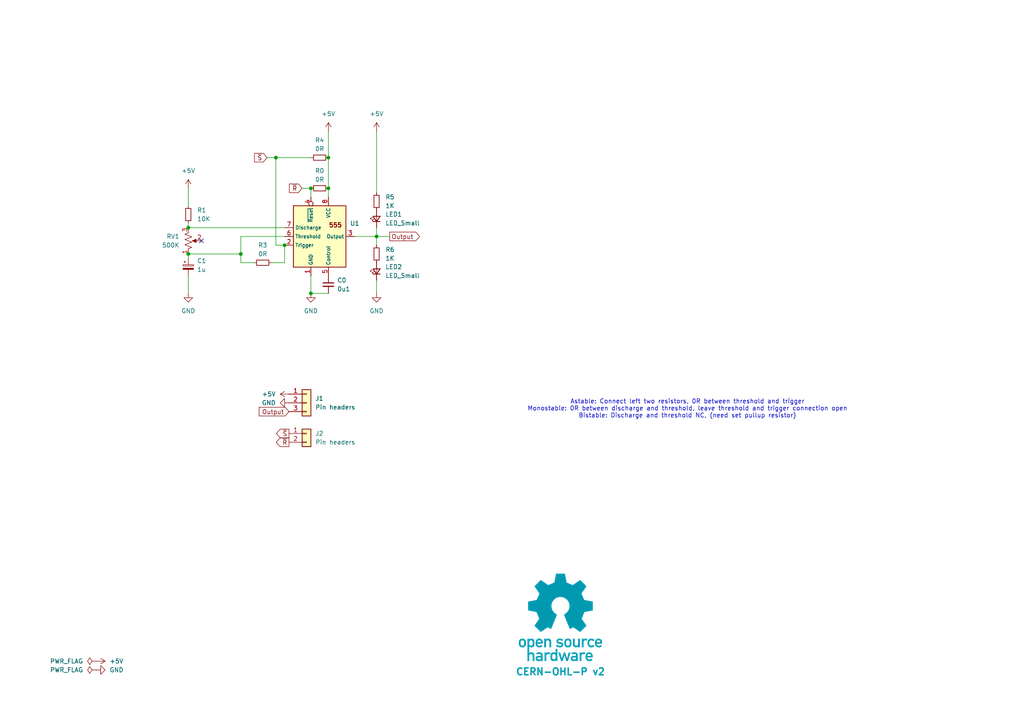
<source format=kicad_sch>
(kicad_sch (version 20231120) (generator "eeschema") (generator_version "8.0")
  (paper "A4")
  (lib_symbols
    (symbol "Connector_Generic:Conn_01x02" (pin_names (offset 1.016) hide)
      (property "Reference" "J" (at 0 2.54 0))
      (property "Value" "Conn_01x02" (at 0 -5.08 0))
      (symbol "Conn_01x02_1_1"
        (rectangle (start -1.27 -2.413) (end 0 -2.667) (stroke (width 0.1524)))
        (rectangle (start -1.27 0.127) (end 0 -0.127) (stroke (width 0.1524)))
        (rectangle (start -1.27 1.27) (end 1.27 -3.81) (stroke (width 0.254)) (fill (type background)))
        (pin passive line (at -5.08 0 0) (length 3.81) (name "Pin_1") (number "1"))
        (pin passive line (at -5.08 -2.54 0) (length 3.81) (name "Pin_2") (number "2"))
      )
    )
    (symbol "Connector_Generic:Conn_01x03" (pin_names (offset 1.016) hide)
      (property "Reference" "J" (at 0 5.08 0))
      (property "Value" "Conn_01x03" (at 0 -5.08 0))
      (symbol "Conn_01x03_1_1"
        (rectangle (start -1.27 -2.413) (end 0 -2.667) (stroke (width 0.1524)))
        (rectangle (start -1.27 0.127) (end 0 -0.127) (stroke (width 0.1524)))
        (rectangle (start -1.27 2.667) (end 0 2.413) (stroke (width 0.1524)))
        (rectangle (start -1.27 3.81) (end 1.27 -3.81) (stroke (width 0.254)) (fill (type background)))
        (pin passive line (at -5.08 2.54 0) (length 3.81) (name "Pin_1") (number "1"))
        (pin passive line (at -5.08 0 0) (length 3.81) (name "Pin_2") (number "2"))
        (pin passive line (at -5.08 -2.54 0) (length 3.81) (name "Pin_3") (number "3"))
      )
    )
    (symbol "Device:C_Polarized_Small" (pin_numbers hide) (pin_names (offset 0.254) hide)
      (property "Reference" "C" (at 0.254 1.778 0))
      (property "Value" "C_Polarized_Small" (at 0.254 -2.032 0))
      (symbol "C_Polarized_Small_0_1"
        (rectangle (start -1.524 -0.3048) (end 1.524 -0.6858) (fill (type outline)))
        (rectangle (start -1.524 0.6858) (end 1.524 0.3048))
        (polyline (pts (xy -1.27 1.524) (xy -0.762 1.524)))
        (polyline (pts (xy -1.016 1.27) (xy -1.016 1.778)))
      )
      (symbol "C_Polarized_Small_1_1"
        (pin passive line (at 0 2.54 270) (length 1.8542) (name "~") (number "1"))
        (pin passive line (at 0 -2.54 90) (length 1.8542) (name "~") (number "2"))
      )
    )
    (symbol "Device:C_Small" (pin_numbers hide) (pin_names (offset 0.254) hide)
      (property "Reference" "C" (at 0.254 1.778 0))
      (property "Value" "C_Small" (at 0.254 -2.032 0))
      (symbol "C_Small_0_1"
        (polyline (pts (xy -1.524 -0.508) (xy 1.524 -0.508)) (stroke (width 0.3302)))
        (polyline (pts (xy -1.524 0.508) (xy 1.524 0.508)) (stroke (width 0.3048)))
      )
      (symbol "C_Small_1_1"
        (pin passive line (at 0 2.54 270) (length 2.032) (name "~") (number "1"))
        (pin passive line (at 0 -2.54 90) (length 2.032) (name "~") (number "2"))
      )
    )
    (symbol "Device:LED_Small" (pin_numbers hide) (pin_names (offset 0.254) hide)
      (property "Reference" "D" (at -1.27 3.175 0))
      (property "Value" "LED_Small" (at -4.445 -2.54 0))
      (symbol "LED_Small_0_1"
        (polyline (pts (xy -0.762 -1.016) (xy -0.762 1.016)) (stroke (width 0.254)))
        (polyline (pts (xy 1.016 0) (xy -0.762 0)))
        (polyline (pts (xy 0.762 -1.016) (xy -0.762 0) (xy 0.762 1.016) (xy 0.762 -1.016)) (stroke (width 0.254)))
        (polyline (pts (xy 0 0.762) (xy -0.508 1.27) (xy -0.254 1.27) (xy -0.508 1.27) (xy -0.508 1.016)))
        (polyline (pts (xy 0.508 1.27) (xy 0 1.778) (xy 0.254 1.778) (xy 0 1.778) (xy 0 1.524)))
      )
      (symbol "LED_Small_1_1"
        (pin passive line (at -2.54 0 0) (length 1.778) (name "K") (number "1"))
        (pin passive line (at 2.54 0 180) (length 1.778) (name "A") (number "2"))
      )
    )
    (symbol "Device:R_Potentiometer_US" (pin_names (offset 1.016) hide)
      (property "Reference" "RV" (at -4.445 0 90))
      (property "Value" "R_Potentiometer_US" (at -2.54 0 90))
      (symbol "R_Potentiometer_US_0_1"
        (polyline (pts (xy 0 -2.286) (xy 0 -2.54)))
        (polyline (pts (xy 0 2.54) (xy 0 2.286)))
        (polyline (pts (xy 2.54 0) (xy 1.524 0)))
        (polyline (pts (xy 1.143 0) (xy 2.286 0.508) (xy 2.286 -0.508) (xy 1.143 0)) (fill (type outline)))
        (polyline (pts (xy 0 -0.762) (xy 1.016 -1.143) (xy 0 -1.524) (xy -1.016 -1.905) (xy 0 -2.286)))
        (polyline (pts (xy 0 0.762) (xy 1.016 0.381) (xy 0 0) (xy -1.016 -0.381) (xy 0 -0.762)))
        (polyline (pts (xy 0 2.286) (xy 1.016 1.905) (xy 0 1.524) (xy -1.016 1.143) (xy 0 0.762)))
      )
      (symbol "R_Potentiometer_US_1_1"
        (pin passive line (at 0 3.81 270) (length 1.27) (name "1") (number "1"))
        (pin passive line (at 3.81 0 180) (length 1.27) (name "2") (number "2"))
        (pin passive line (at 0 -3.81 90) (length 1.27) (name "3") (number "3"))
      )
    )
    (symbol "Device:R_Small" (pin_numbers hide) (pin_names (offset 0.254) hide)
      (property "Reference" "R" (at 0.762 0.508 0))
      (property "Value" "R_Small" (at 0.762 -1.016 0))
      (symbol "R_Small_0_1"
        (rectangle (start -0.762 1.778) (end 0.762 -1.778) (stroke (width 0.2032)))
      )
      (symbol "R_Small_1_1"
        (pin passive line (at 0 2.54 270) (length 0.762) (name "~") (number "1"))
        (pin passive line (at 0 -2.54 90) (length 0.762) (name "~") (number "2"))
      )
    )
    (symbol "custom:NE555-common-layout"
      (property "Reference" "U" (at -10.16 8.89 0))
      (symbol "NE555-common-layout_0_0"
        (pin power_in line (at -2.54 -11.43 90) (length 2.54) (name "GND") (number "1"))
        (pin power_in line (at 2.54 11.43 270) (length 2.54) (name "VCC") (number "8"))
      )
      (symbol "NE555-common-layout_0_1"
        (rectangle (start -7.62 8.89) (end 7.62 -8.89) (stroke (width 0.254)) (fill (type background)))
      )
      (symbol "NE555-common-layout_1_1"
        (text "555" (at 4.572 3.302 0) (effects (font (size 1.27 1.27) (thickness 0.254) (bold yes))))
        (pin input line (at -10.16 -2.54 0) (length 2.54) (name "Trigger") (number "2"))
        (pin output line (at 10.16 0 180) (length 2.54) (name "Output") (number "3"))
        (pin input inverted (at -2.54 11.43 270) (length 2.54) (name "~{Reset}") (number "4"))
        (pin input line (at 2.54 -11.43 90) (length 2.54) (name "Control") (number "5"))
        (pin input line (at -10.16 0 0) (length 2.54) (name "Threshold") (number "6"))
        (pin input line (at -10.16 2.54 0) (length 2.54) (name "Discharge") (number "7"))
      )
    )
    (symbol "power:GND" (power) (pin_numbers hide) (pin_names (offset 0) hide)
      (property "Value" "GND" (at 0 -3.81 0))
      (symbol "GND_0_1"
        (polyline (pts (xy 0 0) (xy 0 -1.27) (xy 1.27 -1.27) (xy 0 -2.54) (xy -1.27 -1.27) (xy 0 -1.27)))
      )
      (symbol "GND_1_1"
        (pin power_in line (at 0 0 270) (length 0) (name "~") (number "1"))
      )
    )
    (symbol "power:PWR_FLAG" (power) (pin_numbers hide) (pin_names (offset 0) hide)
      (property "Value" "PWR_FLAG" (at 0 3.81 0))
      (symbol "PWR_FLAG_0_0"
        (pin power_out line (at 0 0 90) (length 0) (name "~") (number "1"))
      )
      (symbol "PWR_FLAG_0_1"
        (polyline (pts (xy 0 0) (xy 0 1.27) (xy -1.016 1.905) (xy 0 2.54) (xy 1.016 1.905) (xy 0 1.27)))
      )
    )
    (symbol "power:VCC" (power) (pin_numbers hide) (pin_names (offset 0) hide)
      (property "Value" "VCC" (at 0 3.556 0))
      (symbol "VCC_0_1"
        (polyline (pts (xy -0.762 1.27) (xy 0 2.54)))
        (polyline (pts (xy 0 0) (xy 0 2.54)))
        (polyline (pts (xy 0 2.54) (xy 0.762 1.27)))
      )
      (symbol "VCC_1_1"
        (pin power_in line (at 0 0 90) (length 0) (name "~") (number "1"))
      )
    )
  )
  (junction (at 80.01 45.72))
  (junction (at 82.55 71.12))
  (junction (at 95.25 45.72))
  (junction (at 109.22 68.58))
  (junction (at 54.61 66.04))
  (junction (at 95.25 54.61))
  (junction (at 90.17 54.61))
  (junction (at 54.61 73.66))
  (junction (at 69.85 73.66))
  (junction (at 90.17 85.09))
  (no_connect (at 58.42 69.85))
  (wire (pts (xy 109.22 68.58) (xy 113.03 68.58)))
  (wire (pts (xy 54.61 73.66) (xy 54.61 74.93)))
  (wire (pts (xy 80.01 45.72) (xy 90.17 45.72)))
  (wire (pts (xy 82.55 71.12) (xy 80.01 71.12)))
  (wire (pts (xy 109.22 66.04) (xy 109.22 68.58)))
  (wire (pts (xy 82.55 76.2) (xy 82.55 71.12)))
  (wire (pts (xy 80.01 71.12) (xy 80.01 45.72)))
  (wire (pts (xy 73.66 76.2) (xy 69.85 76.2)))
  (wire (pts (xy 69.85 68.58) (xy 69.85 73.66)))
  (wire (pts (xy 90.17 85.09) (xy 90.17 80.01)))
  (wire (pts (xy 54.61 66.04) (xy 82.55 66.04)))
  (wire (pts (xy 69.85 76.2) (xy 69.85 73.66)))
  (wire (pts (xy 77.47 45.72) (xy 80.01 45.72)))
  (wire (pts (xy 78.74 76.2) (xy 82.55 76.2)))
  (wire (pts (xy 54.61 80.01) (xy 54.61 85.09)))
  (wire (pts (xy 54.61 54.61) (xy 54.61 59.69)))
  (wire (pts (xy 109.22 38.1) (xy 109.22 55.88)))
  (wire (pts (xy 90.17 85.09) (xy 95.25 85.09)))
  (wire (pts (xy 69.85 73.66) (xy 54.61 73.66)))
  (wire (pts (xy 102.87 68.58) (xy 109.22 68.58)))
  (wire (pts (xy 90.17 54.61) (xy 90.17 57.15)))
  (wire (pts (xy 109.22 68.58) (xy 109.22 71.12)))
  (wire (pts (xy 87.63 54.61) (xy 90.17 54.61)))
  (wire (pts (xy 109.22 81.28) (xy 109.22 85.09)))
  (wire (pts (xy 82.55 68.58) (xy 69.85 68.58)))
  (wire (pts (xy 95.25 45.72) (xy 95.25 54.61)))
  (wire (pts (xy 54.61 64.77) (xy 54.61 66.04)))
  (wire (pts (xy 95.25 38.1) (xy 95.25 45.72)))
  (wire (pts (xy 95.25 54.61) (xy 95.25 57.15)))
  (image (at 162.56 179.07) (scale 0.37481))
  (text "CERN-OHL-P v2" (at 162.56 195.072 0) (effects (font (size 2 2) (thickness 0.4) (bold yes))))
  (text "Astable: Connect left two resistors, 0R between threshold and trigger\nMonostable: 0R between discharge and threshold, leave threshold and trigger connection open\nBistable: Discharge and threshold NC, (need set pullup resistor)" (at 199.39 118.618 0) (effects (font (size 1.27 1.27))))
  (global_label "~{R}" (shape input) (at 87.63 54.61 180) (property "Intersheetrefs" "${INTERSHEET_REFS}" (effects (hide yes))))
  (global_label "Output" (shape input) (at 83.82 119.38 180) (property "Intersheetrefs" "${INTERSHEET_REFS}" (effects (hide yes))))
  (global_label "Output" (shape output) (at 113.03 68.58 0) (property "Intersheetrefs" "${INTERSHEET_REFS}" (effects (hide yes))))
  (global_label "~{R}" (shape output) (at 83.82 128.27 180) (property "Intersheetrefs" "${INTERSHEET_REFS}" (effects (hide yes))))
  (global_label "~{S}" (shape output) (at 83.82 125.73 180) (property "Intersheetrefs" "${INTERSHEET_REFS}" (effects (hide yes))))
  (global_label "~{S}" (shape input) (at 77.47 45.72 180) (property "Intersheetrefs" "${INTERSHEET_REFS}" (effects (hide yes))))
  (symbol (lib_id "power:VCC") (at 83.82 114.3 90) (unit 1)
    (property "Reference" "#PWR09" (effects (hide yes)))
    (property "Value" "+5V" (at 80.01 114.2999 90) (effects (justify left)))
    (property "Description" "Power symbol creates a global label with name \"VCC\"" (effects (hide yes)))
  )
  (symbol (lib_id "power:GND") (at 109.22 85.09 0) (unit 1)
    (property "Reference" "#PWR03" (effects (hide yes)))
    (property "Value" "GND" (at 109.22 90.17 0))
    (property "Description" "Power symbol creates a global label with name \"GND\" , ground" (effects (hide yes)))
  )
  (symbol (lib_id "Device:R_Small") (at 92.71 45.72 90) (unit 1)
    (property "Reference" "R4" (at 92.71 40.64 90))
    (property "Value" "0R" (at 92.71 43.18 90))
    (property "Footprint" "custom:R_0603_1608Metric_Pad0.98x0.95mm_HandSolder_simple" (effects (hide yes)))
    (property "Description" "Resistor, small symbol" (effects (hide yes)))
  )
  (symbol (lib_id "Device:R_Small") (at 76.2 76.2 270) (unit 1)
    (property "Reference" "R3" (at 76.2 71.12 90))
    (property "Value" "0R" (at 76.2 73.66 90))
    (property "Footprint" "custom:R_0603_1608Metric_Pad0.98x0.95mm_HandSolder_simple" (effects (hide yes)))
    (property "Description" "Resistor, small symbol" (effects (hide yes)))
  )
  (symbol (lib_id "Device:R_Potentiometer_US") (at 54.61 69.85 0) (mirror x) (unit 1)
    (property "Reference" "RV1" (at 52.07 68.5799 0) (effects (justify right)))
    (property "Value" "500K" (at 52.07 71.1199 0) (effects (justify right)))
    (property "Footprint" "lcsc:RES-ADJ-SMD_VG039NCH" (effects (hide yes)))
    (property "Description" "Potentiometer, US symbol" (effects (hide yes)))
  )
  (symbol (lib_id "power:VCC") (at 27.94 191.77 270) (unit 1)
    (property "Reference" "#PWR01" (effects (hide yes)))
    (property "Value" "+5V" (at 31.75 191.7699 90) (effects (justify left)))
    (property "Description" "Power symbol creates a global label with name \"VCC\"" (effects (hide yes)))
  )
  (symbol (lib_id "Device:C_Small") (at 95.25 82.55 0) (unit 1)
    (property "Reference" "C0" (at 97.79 81.2862 0) (effects (justify left)))
    (property "Value" "0u1" (at 97.79 83.8262 0) (effects (justify left)))
    (property "Footprint" "custom:C_0603_1608Metric_Pad1.08x0.95mm_HandSolder" (effects (hide yes)))
    (property "Description" "Unpolarized capacitor, small symbol" (effects (hide yes)))
  )
  (symbol (lib_id "power:GND") (at 54.61 85.09 0) (unit 1)
    (property "Reference" "#PWR029" (effects (hide yes)))
    (property "Value" "GND" (at 54.61 90.17 0))
    (property "Description" "Power symbol creates a global label with name \"GND\" , ground" (effects (hide yes)))
  )
  (symbol (lib_id "power:GND") (at 27.94 194.31 90) (unit 1)
    (property "Reference" "#PWR02" (effects (hide yes)))
    (property "Value" "GND" (at 31.75 194.3099 90) (effects (justify right)))
    (property "Description" "Power symbol creates a global label with name \"GND\" , ground" (effects (hide yes)))
  )
  (symbol (lib_id "Connector_Generic:Conn_01x02") (at 88.9 125.73 0) (unit 1)
    (property "Reference" "J2" (at 91.44 125.7299 0) (effects (justify left)))
    (property "Value" "Pin headers" (at 91.44 128.2699 0) (effects (justify left)))
    (property "Footprint" "custom:PinHeader_1x02_P2.54mm_Vertical_simple" (effects (hide yes)))
    (property "Description" "Generic connector, single row, 01x02, script generated (kicad-library-utils/schlib/autogen/connector/)" (effects (hide yes)))
  )
  (symbol (lib_id "power:VCC") (at 54.61 54.61 0) (unit 1)
    (property "Reference" "#PWR028" (effects (hide yes)))
    (property "Value" "+5V" (at 54.61 49.53 0))
    (property "Description" "Power symbol creates a global label with name \"VCC\"" (effects (hide yes)))
  )
  (symbol (lib_id "Device:LED_Small") (at 109.22 78.74 90) (unit 1)
    (property "Reference" "LED2" (at 111.76 77.4064 90) (effects (justify right)))
    (property "Value" "LED_Small" (at 111.76 79.9464 90) (effects (justify right)))
    (property "Footprint" "custom:LED_0603_1608Metric_Pad1.05x0.95mm_HandSolder_simple" (effects (hide yes)))
    (property "Description" "Light emitting diode, small symbol" (effects (hide yes)))
  )
  (symbol (lib_id "Device:R_Small") (at 109.22 73.66 0) (unit 1)
    (property "Reference" "R6" (at 111.76 72.3899 0) (effects (justify left)))
    (property "Value" "1K" (at 111.76 74.9299 0) (effects (justify left)))
    (property "Footprint" "custom:R_0603_1608Metric_Pad0.98x0.95mm_HandSolder_simple" (effects (hide yes)))
    (property "Description" "Resistor, small symbol" (effects (hide yes)))
  )
  (symbol (lib_id "power:VCC") (at 109.22 38.1 0) (unit 1)
    (property "Reference" "#PWR04" (effects (hide yes)))
    (property "Value" "+5V" (at 109.22 33.02 0))
    (property "Description" "Power symbol creates a global label with name \"VCC\"" (effects (hide yes)))
  )
  (symbol (lib_id "power:GND") (at 90.17 85.09 0) (unit 1)
    (property "Reference" "#PWR026" (effects (hide yes)))
    (property "Value" "GND" (at 90.17 90.17 0))
    (property "Description" "Power symbol creates a global label with name \"GND\" , ground" (effects (hide yes)))
  )
  (symbol (lib_id "power:GND") (at 83.82 116.84 270) (unit 1)
    (property "Reference" "#PWR010" (effects (hide yes)))
    (property "Value" "GND" (at 80.01 116.8399 90) (effects (justify right)))
    (property "Description" "Power symbol creates a global label with name \"GND\" , ground" (effects (hide yes)))
  )
  (symbol (lib_id "power:PWR_FLAG") (at 27.94 191.77 90) (unit 1)
    (property "Reference" "#FLG01" (effects (hide yes)))
    (property "Value" "PWR_FLAG" (at 24.13 191.7699 90) (effects (justify left)))
    (property "Description" "Special symbol for telling ERC where power comes from" (effects (hide yes)))
  )
  (symbol (lib_id "Device:C_Polarized_Small") (at 54.61 77.47 0) (unit 1)
    (property "Reference" "C1" (at 57.15 75.6538 0) (effects (justify left)))
    (property "Value" "1u" (at 57.15 78.1938 0) (effects (justify left)))
    (property "Footprint" "custom:C_Combo_CP_Elec_5x5.4" (effects (hide yes)))
    (property "Description" "Polarized capacitor, small symbol" (effects (hide yes)))
  )
  (symbol (lib_id "Device:R_Small") (at 109.22 58.42 0) (unit 1)
    (property "Reference" "R5" (at 111.76 57.1499 0) (effects (justify left)))
    (property "Value" "1K" (at 111.76 59.6899 0) (effects (justify left)))
    (property "Footprint" "custom:R_0603_1608Metric_Pad0.98x0.95mm_HandSolder_simple" (effects (hide yes)))
    (property "Description" "Resistor, small symbol" (effects (hide yes)))
  )
  (symbol (lib_id "Connector_Generic:Conn_01x03") (at 88.9 116.84 0) (unit 1)
    (property "Reference" "J1" (at 91.44 115.5699 0) (effects (justify left)))
    (property "Value" "Pin headers" (at 91.44 118.1099 0) (effects (justify left)))
    (property "Footprint" "custom:PinHeader_1x03_P2.54mm_Vertical_simple_pad2gnd" (effects (hide yes)))
    (property "Description" "Generic connector, single row, 01x03, script generated (kicad-library-utils/schlib/autogen/connector/)" (effects (hide yes)))
  )
  (symbol (lib_id "Device:R_Small") (at 54.61 62.23 0) (unit 1)
    (property "Reference" "R1" (at 57.15 60.9599 0) (effects (justify left)))
    (property "Value" "10K" (at 57.15 63.4999 0) (effects (justify left)))
    (property "Footprint" "custom:R_0603_1608Metric_Pad0.98x0.95mm_HandSolder_simple" (effects (hide yes)))
    (property "Description" "Resistor, small symbol" (effects (hide yes)))
  )
  (symbol (lib_id "power:VCC") (at 95.25 38.1 0) (unit 1)
    (property "Reference" "#PWR027" (effects (hide yes)))
    (property "Value" "+5V" (at 95.25 33.02 0))
    (property "Description" "Power symbol creates a global label with name \"VCC\"" (effects (hide yes)))
  )
  (symbol (lib_id "Device:LED_Small") (at 109.22 63.5 90) (unit 1)
    (property "Reference" "LED1" (at 111.76 62.1664 90) (effects (justify right)))
    (property "Value" "LED_Small" (at 111.76 64.7064 90) (effects (justify right)))
    (property "Footprint" "custom:LED_0603_1608Metric_Pad1.05x0.95mm_HandSolder_simple" (effects (hide yes)))
    (property "Description" "Light emitting diode, small symbol" (effects (hide yes)))
  )
  (symbol (lib_id "custom:NE555-common-layout") (at 92.71 68.58 0) (unit 1)
    (property "Reference" "U1" (at 102.87 64.8014 0))
    (property "Value" "NE555" (effects (hide yes)))
    (property "Footprint" "Package_SO:SOIC-8_3.9x4.9mm_P1.27mm" (effects (hide yes)))
    (property "Datasheet" "http://www.ti.com/lit/ds/symlink/ne555.pdf" (effects (hide yes)))
    (property "Description" "Precision Timers, 555 compatible, SOIC-8" (effects (hide yes)))
  )
  (symbol (lib_id "Device:R_Small") (at 92.71 54.61 90) (unit 1)
    (property "Reference" "R0" (at 92.71 49.53 90))
    (property "Value" "0R" (at 92.71 52.07 90))
    (property "Footprint" "custom:R_0603_1608Metric_Pad0.98x0.95mm_HandSolder_simple" (effects (hide yes)))
    (property "Description" "Resistor, small symbol" (effects (hide yes)))
  )
  (symbol (lib_id "power:PWR_FLAG") (at 27.94 194.31 90) (unit 1)
    (property "Reference" "#FLG02" (effects (hide yes)))
    (property "Value" "PWR_FLAG" (at 24.13 194.3099 90) (effects (justify left)))
    (property "Description" "Special symbol for telling ERC where power comes from" (effects (hide yes)))
  )
)
</source>
